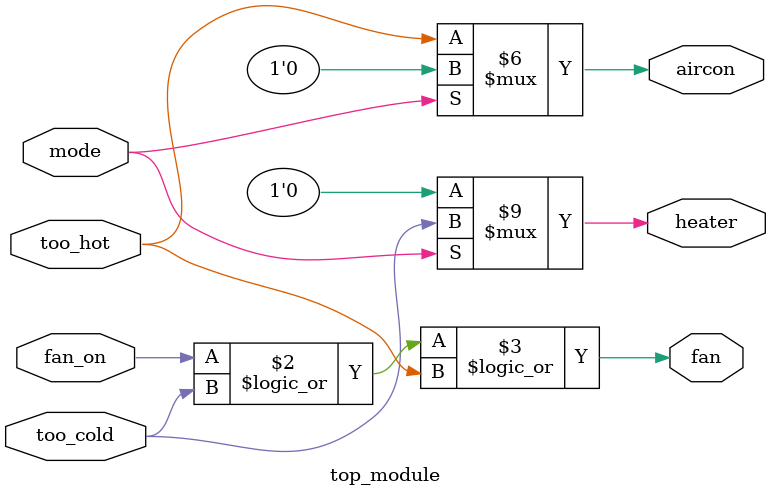
<source format=sv>
module top_module(
    input mode,
    input too_cold, 
    input too_hot,
    input fan_on,
    output reg heater,
    output reg aircon,
    output reg fan
);

always @(*) begin
    // Control the fan
    fan = fan_on || too_cold || too_hot;
    
    // Control the heater
    if (mode) begin
        heater = too_cold;
    end else begin
        heater = 0;
    end
    
    // Control the air conditioner
    if (~mode) begin
        aircon = too_hot;
    end else begin
        aircon = 0;
    end
end

endmodule

</source>
